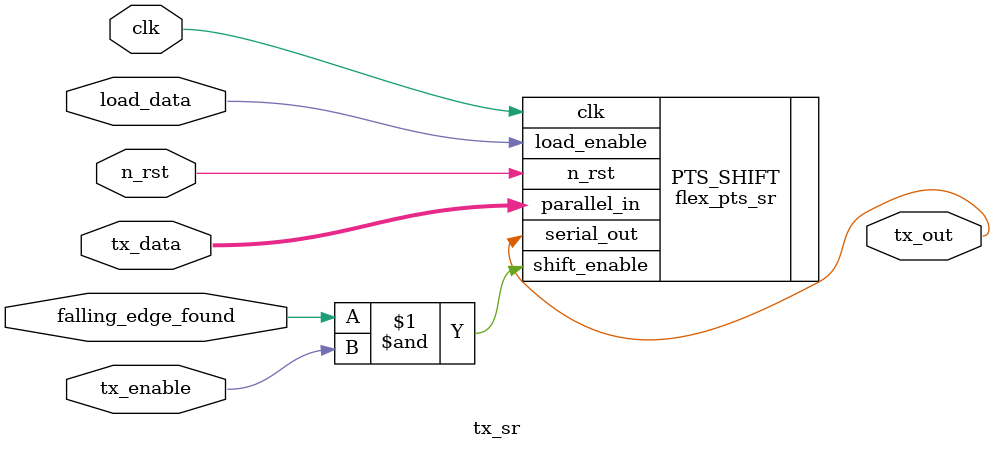
<source format=sv>

module tx_sr
  (
   input wire clk,
   input wire n_rst,
   output wire tx_out,
   input wire falling_edge_found,
   input wire tx_enable,
   input wire [7:0] tx_data,
   input wire load_data
   );

   flex_pts_sr #(.NUM_BITS(8), .SHIFT_MSB(1)) PTS_SHIFT
     (
      .clk(clk),
      .n_rst(n_rst),
      .shift_enable(falling_edge_found & tx_enable),
      .load_enable(load_data),
      .parallel_in(tx_data),
      .serial_out(tx_out)
      );
endmodule
      

</source>
